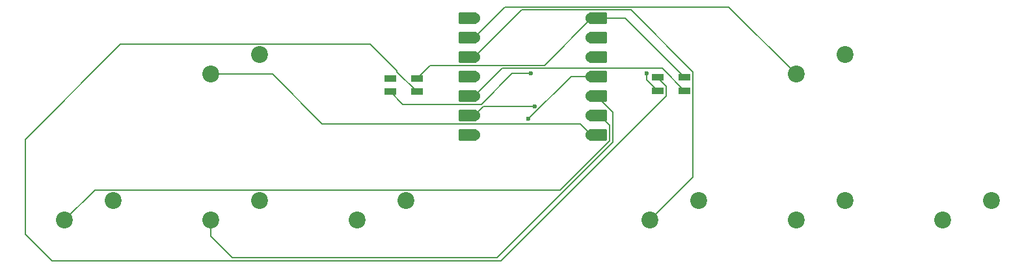
<source format=gtl>
G04 #@! TF.GenerationSoftware,KiCad,Pcbnew,9.0.2*
G04 #@! TF.CreationDate,2025-11-24T09:54:34-06:00*
G04 #@! TF.ProjectId,Keypad,4b657970-6164-42e6-9b69-6361645f7063,rev?*
G04 #@! TF.SameCoordinates,Original*
G04 #@! TF.FileFunction,Copper,L1,Top*
G04 #@! TF.FilePolarity,Positive*
%FSLAX46Y46*%
G04 Gerber Fmt 4.6, Leading zero omitted, Abs format (unit mm)*
G04 Created by KiCad (PCBNEW 9.0.2) date 2025-11-24 09:54:34*
%MOMM*%
%LPD*%
G01*
G04 APERTURE LIST*
G04 Aperture macros list*
%AMRoundRect*
0 Rectangle with rounded corners*
0 $1 Rounding radius*
0 $2 $3 $4 $5 $6 $7 $8 $9 X,Y pos of 4 corners*
0 Add a 4 corners polygon primitive as box body*
4,1,4,$2,$3,$4,$5,$6,$7,$8,$9,$2,$3,0*
0 Add four circle primitives for the rounded corners*
1,1,$1+$1,$2,$3*
1,1,$1+$1,$4,$5*
1,1,$1+$1,$6,$7*
1,1,$1+$1,$8,$9*
0 Add four rect primitives between the rounded corners*
20,1,$1+$1,$2,$3,$4,$5,0*
20,1,$1+$1,$4,$5,$6,$7,0*
20,1,$1+$1,$6,$7,$8,$9,0*
20,1,$1+$1,$8,$9,$2,$3,0*%
G04 Aperture macros list end*
G04 #@! TA.AperFunction,ComponentPad*
%ADD10C,2.200000*%
G04 #@! TD*
G04 #@! TA.AperFunction,SMDPad,CuDef*
%ADD11R,1.600000X0.850000*%
G04 #@! TD*
G04 #@! TA.AperFunction,SMDPad,CuDef*
%ADD12RoundRect,0.152400X1.063600X0.609600X-1.063600X0.609600X-1.063600X-0.609600X1.063600X-0.609600X0*%
G04 #@! TD*
G04 #@! TA.AperFunction,ComponentPad*
%ADD13C,1.524000*%
G04 #@! TD*
G04 #@! TA.AperFunction,SMDPad,CuDef*
%ADD14RoundRect,0.152400X-1.063600X-0.609600X1.063600X-0.609600X1.063600X0.609600X-1.063600X0.609600X0*%
G04 #@! TD*
G04 #@! TA.AperFunction,ViaPad*
%ADD15C,0.600000*%
G04 #@! TD*
G04 #@! TA.AperFunction,Conductor*
%ADD16C,0.200000*%
G04 #@! TD*
G04 APERTURE END LIST*
D10*
X183515000Y-75882500D03*
X177165000Y-78422500D03*
X107315000Y-75882500D03*
X100965000Y-78422500D03*
X164465000Y-94932500D03*
X158115000Y-97472500D03*
X107315000Y-94932500D03*
X100965000Y-97472500D03*
X88265000Y-94932500D03*
X81915000Y-97472500D03*
X202565000Y-94932500D03*
X196215000Y-97472500D03*
X126365000Y-94932500D03*
X120015000Y-97472500D03*
X183515000Y-94932500D03*
X177165000Y-97472500D03*
D11*
X159100000Y-78825000D03*
X159100000Y-80575000D03*
X162600000Y-80575000D03*
X162600000Y-78825000D03*
D12*
X134425000Y-71100000D03*
D13*
X135260000Y-71100000D03*
D12*
X134425000Y-73640000D03*
D13*
X135260000Y-73640000D03*
D12*
X134425000Y-76180000D03*
D13*
X135260000Y-76180000D03*
D12*
X134425000Y-78720000D03*
D13*
X135260000Y-78720000D03*
D12*
X134425000Y-81260000D03*
D13*
X135260000Y-81260000D03*
D12*
X134425000Y-83800000D03*
D13*
X135260000Y-83800000D03*
D12*
X134425000Y-86340000D03*
D13*
X135260000Y-86340000D03*
X150500000Y-86340000D03*
D14*
X151335000Y-86340000D03*
D13*
X150500000Y-83800000D03*
D14*
X151335000Y-83800000D03*
D13*
X150500000Y-81260000D03*
D14*
X151335000Y-81260000D03*
D13*
X150500000Y-78720000D03*
D14*
X151335000Y-78720000D03*
D13*
X150500000Y-76180000D03*
D14*
X151335000Y-76180000D03*
D13*
X150500000Y-73640000D03*
D14*
X151335000Y-73640000D03*
D13*
X150500000Y-71100000D03*
D14*
X151335000Y-71100000D03*
D11*
X124300000Y-78950000D03*
X124300000Y-80700000D03*
X127800000Y-80700000D03*
X127800000Y-78950000D03*
D15*
X142600000Y-78300000D03*
X157658000Y-78257000D03*
X142300000Y-84263000D03*
X143107235Y-82607235D03*
D16*
X124300000Y-80700000D02*
X125923000Y-82323000D01*
X142600000Y-78300000D02*
X142500000Y-78300000D01*
X125923000Y-82323000D02*
X136169900Y-82323000D01*
X140192900Y-78300000D02*
X142600000Y-78300000D01*
X136169900Y-82323000D02*
X140192900Y-78300000D01*
X157658000Y-79133000D02*
X157658000Y-78257000D01*
X159100000Y-80575000D02*
X157658000Y-79133000D01*
X159100000Y-78825000D02*
X159025000Y-78825000D01*
X125200000Y-78000000D02*
X125200000Y-78100000D01*
X76800000Y-99300000D02*
X76800000Y-86900000D01*
X160201000Y-80001000D02*
X160201000Y-81301000D01*
X80264500Y-102764500D02*
X76800000Y-99300000D01*
X121681500Y-74481500D02*
X125200000Y-78000000D01*
X159025000Y-78825000D02*
X160201000Y-80001000D01*
X89218500Y-74481500D02*
X121681500Y-74481500D01*
X125200000Y-78100000D02*
X127800000Y-80700000D01*
X138737500Y-102764500D02*
X80264500Y-102764500D01*
X76800000Y-86900000D02*
X89218500Y-74481500D01*
X160201000Y-81301000D02*
X138737500Y-102764500D01*
X144357000Y-77243000D02*
X129507000Y-77243000D01*
X150500000Y-71100000D02*
X144357000Y-77243000D01*
X150500000Y-71100000D02*
X154875000Y-71100000D01*
X129507000Y-77243000D02*
X127800000Y-78950000D01*
X154875000Y-71100000D02*
X162600000Y-78825000D01*
X138863000Y-77657000D02*
X159682000Y-77657000D01*
X135260000Y-81260000D02*
X134182370Y-81260000D01*
X135260000Y-81260000D02*
X134646374Y-81260000D01*
X135260000Y-81260000D02*
X138863000Y-77657000D01*
X159682000Y-77657000D02*
X162600000Y-80575000D01*
X115453970Y-84863000D02*
X109013470Y-78422500D01*
X149023000Y-84863000D02*
X115453970Y-84863000D01*
X150500000Y-86340000D02*
X149023000Y-84863000D01*
X109013470Y-78422500D02*
X100965000Y-78422500D01*
X152852000Y-87141626D02*
X146462126Y-93531500D01*
X85856000Y-93531500D02*
X81915000Y-97472500D01*
X150500000Y-83800000D02*
X151577630Y-83800000D01*
X146462126Y-93531500D02*
X85856000Y-93531500D01*
X151577630Y-83800000D02*
X152852000Y-85074370D01*
X152852000Y-85074370D02*
X152852000Y-87141626D01*
X153253000Y-83373000D02*
X153253000Y-87307726D01*
X138197226Y-102363500D02*
X103744470Y-102363500D01*
X153253000Y-87307726D02*
X138197226Y-102363500D01*
X103744470Y-102363500D02*
X100965000Y-99584030D01*
X150500000Y-81260000D02*
X151577630Y-81260000D01*
X100965000Y-99584030D02*
X100965000Y-97472500D01*
X151140000Y-81260000D02*
X153253000Y-83373000D01*
X150500000Y-81260000D02*
X151140000Y-81260000D01*
X147843000Y-78720000D02*
X142300000Y-84263000D01*
X150500000Y-78720000D02*
X147843000Y-78720000D01*
X135260000Y-73640000D02*
X139264000Y-69636000D01*
X139264000Y-69636000D02*
X168378500Y-69636000D01*
X168378500Y-69636000D02*
X177165000Y-78422500D01*
X163701000Y-91886500D02*
X158115000Y-97472500D01*
X155639000Y-70037000D02*
X163701000Y-78099000D01*
X141403000Y-70037000D02*
X155639000Y-70037000D01*
X163701000Y-78099000D02*
X163701000Y-91886500D01*
X135260000Y-76180000D02*
X141403000Y-70037000D01*
X135260000Y-78720000D02*
X134182370Y-78720000D01*
X135260000Y-83800000D02*
X136452765Y-82607235D01*
X195786530Y-97472500D02*
X196215000Y-97472500D01*
X136452765Y-82607235D02*
X143107235Y-82607235D01*
M02*

</source>
